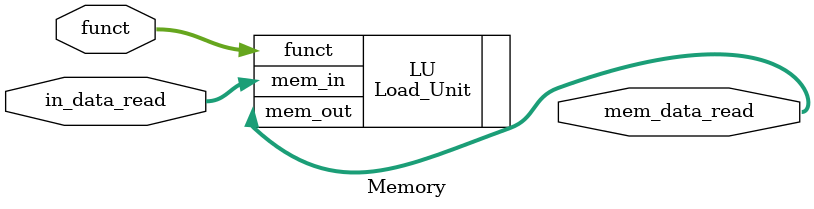
<source format=v>
`timescale 1ns/1ps
module Memory(in_data_read,funct,mem_data_read);

input [31:0]in_data_read;
input [2:0]funct;
output [31:0]mem_data_read;
/*Instantiating Load Unit*/
Load_Unit LU(.funct(funct),.mem_out(mem_data_read),.mem_in(in_data_read));

endmodule
</source>
